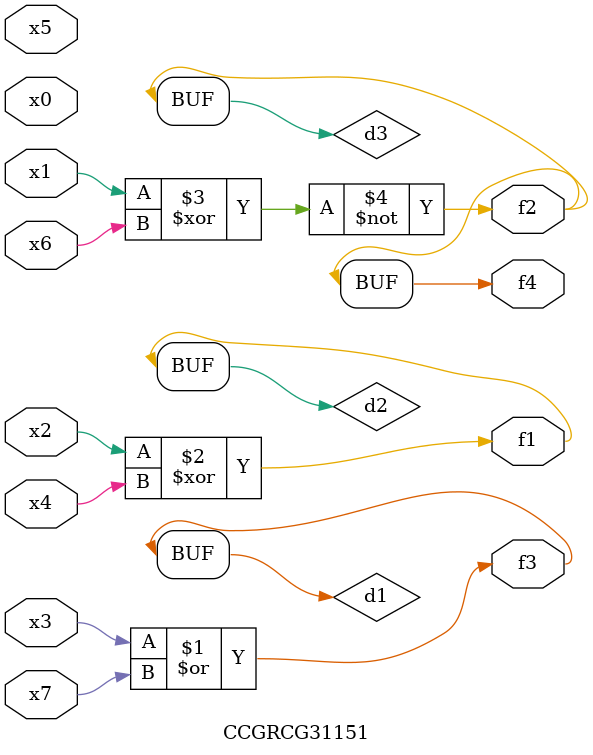
<source format=v>
module CCGRCG31151(
	input x0, x1, x2, x3, x4, x5, x6, x7,
	output f1, f2, f3, f4
);

	wire d1, d2, d3;

	or (d1, x3, x7);
	xor (d2, x2, x4);
	xnor (d3, x1, x6);
	assign f1 = d2;
	assign f2 = d3;
	assign f3 = d1;
	assign f4 = d3;
endmodule

</source>
